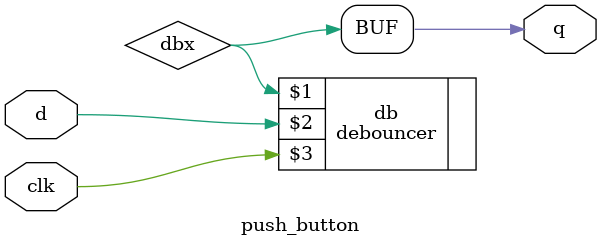
<source format=v>
`timescale 1ns / 1ps

module push_button #(
    parameter DEBOUNCE_TIME = 32'd2_500_000
) (
    output wire q,
    input wire d,
    input wire clk
);
    
    wire dbx;
    debouncer #(.DEBOUNCE_TIME(DEBOUNCE_TIME)) db(dbx, d, clk);
    assign q = dbx;
//    single_pulser sp(q, dbx, clk);

endmodule

</source>
